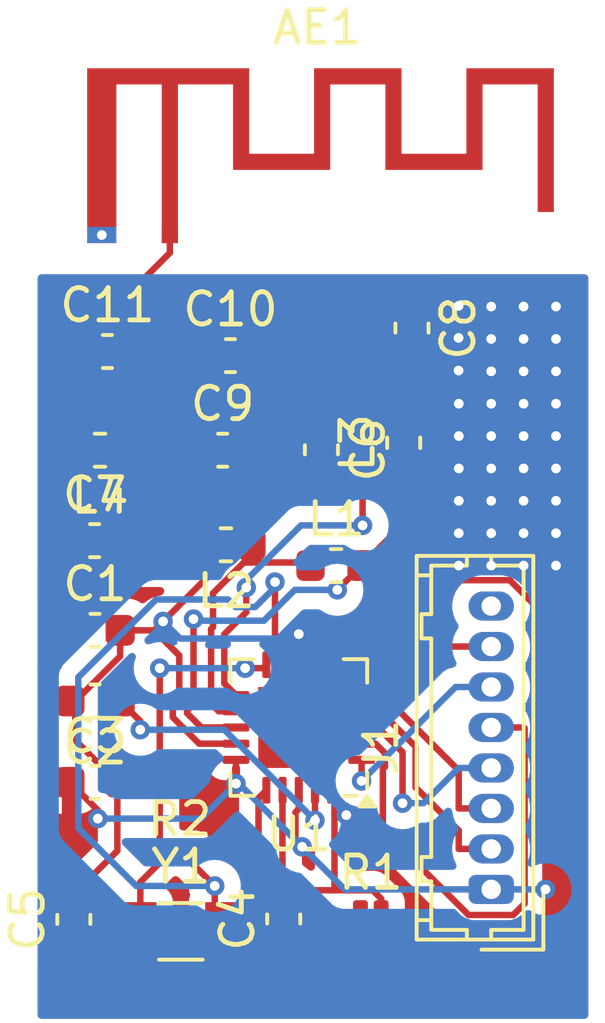
<source format=kicad_pcb>
(kicad_pcb (version 20240108) (generator "pcbnew") (generator_version "8.0")
  (layers (0 "F.Cu" signal) (31 "B.Cu" signal) (34 "B.Paste" user) (35 "F.Paste" user) (36 "B.SilkS" user "B.Silkscreen") (37 "F.SilkS" user "F.Silkscreen") (38 "B.Mask" user) (39 "F.Mask" user) (44 "Edge.Cuts" user))
  (net 0 "")
  (net 1 "Net-(AE1-A)")
  (net 2 "VDD")
  (net 3 "GND")
  (net 4 "Net-(U1-DVDD)")
  (net 5 "Net-(U1-XC2)")
  (net 6 "Net-(U1-XC1)")
  (net 7 "Net-(U1-VDD_PA)")
  (net 8 "Net-(C7-Pad1)")
  (net 9 "Net-(C10-Pad1)")
  (net 11 "Net-(J1-Pin_4)")
  (net 12 "Net-(J1-Pin_6)")
  (net 13 "Net-(J1-Pin_5)")
  (net 14 "Net-(J1-Pin_3)")
  (net 15 "Net-(J1-Pin_7)")
  (net 16 "Net-(J1-Pin_2)")
  (net 17 "Net-(U1-ANT1)")
  (net 18 "Net-(U1-ANT2)")
  (net 19 "Net-(U1-IREF)")
  (footprint "Package_DFN_QFN:QFN-20-1EP_4x4mm_P0.5mm_EP2.5x2.5mm" (layer "F.Cu") (at 119.0625 68 180)
    (property "Reference" "U1" (at 0 -3.3 0) (layer "F.SilkS"))
    (property "Value" "NRF24L01")
    (fp_line (start 2.11 2.11) (end 2.11 1.385) (stroke (width 0.12)) (layer "F.SilkS"))
    (fp_line (start 2.11 -2.11) (end 2.11 -1.385) (stroke (width 0.12)) (layer "F.SilkS"))
    (fp_line (start 1.385 2.11) (end 2.11 2.11) (stroke (width 0.12)) (layer "F.SilkS"))
    (fp_line (start 1.385 -2.11) (end 2.11 -2.11) (stroke (width 0.12)) (layer "F.SilkS"))
    (fp_line (start -1.385 2.11) (end -2.11 2.11) (stroke (width 0.12)) (layer "F.SilkS"))
    (fp_line (start -1.385 -2.11) (end -1.81 -2.11) (stroke (width 0.12)) (layer "F.SilkS"))
    (fp_line (start -2.11 2.11) (end -2.11 1.385) (stroke (width 0.12)) (layer "F.SilkS"))
    (fp_line (start -2.11 -1.385) (end -2.11 -1.87) (stroke (width 0.12)) (layer "F.SilkS"))
    (fp_poly (pts (xy -2.11 -2.11) (xy -2.35 -2.44) (xy -1.87 -2.44) (xy -2.11 -2.11)) (stroke (width 0.12)) (fill solid) (layer "F.SilkS"))
    (pad "1" smd roundrect (at -1.9375 -1 180) (size 0.825 0.25) (layers "F.Cu" "F.Paste" "F.Mask") (net 12 "Net-(J1-Pin_6)"))
    (pad "2" smd roundrect (at -1.9375 -0.5 180) (size 0.825 0.25) (layers "F.Cu" "F.Paste" "F.Mask") (net 13 "Net-(J1-Pin_5)"))
    (pad "3" smd roundrect (at -1.9375 0 180) (size 0.825 0.25) (layers "F.Cu" "F.Paste" "F.Mask") (net 11 "Net-(J1-Pin_4)"))
    (pad "4" smd roundrect (at -1.9375 0.5 180) (size 0.825 0.25) (layers "F.Cu" "F.Paste" "F.Mask") (net 16 "Net-(J1-Pin_2)"))
    (pad "5" smd roundrect (at -1.9375 1 180) (size 0.825 0.25) (layers "F.Cu" "F.Paste" "F.Mask") (net 14 "Net-(J1-Pin_3)"))
    (pad "6" smd roundrect (at -1 1.9375 180) (size 0.25 0.825) (layers "F.Cu" "F.Paste" "F.Mask") (net 15 "Net-(J1-Pin_7)"))
    (pad "7" smd roundrect (at -0.5 1.9375 180) (size 0.25 0.825) (layers "F.Cu" "F.Paste" "F.Mask") (net 2 "VDD"))
    (pad "8" smd roundrect (at 0 1.9375 180) (size 0.25 0.825) (layers "F.Cu" "F.Paste" "F.Mask") (net 3 "GND"))
    (pad "9" smd roundrect (at 0.5 1.9375 180) (size 0.25 0.825) (layers "F.Cu" "F.Paste" "F.Mask") (net 5 "Net-(U1-XC2)"))
    (pad "10" smd roundrect (at 1 1.9375 180) (size 0.25 0.825) (layers "F.Cu" "F.Paste" "F.Mask") (net 6 "Net-(U1-XC1)"))
    (pad "11" smd roundrect (at 1.9375 1 180) (size 0.825 0.25) (layers "F.Cu" "F.Paste" "F.Mask") (net 7 "Net-(U1-VDD_PA)"))
    (pad "12" smd roundrect (at 1.9375 0.5 180) (size 0.825 0.25) (layers "F.Cu" "F.Paste" "F.Mask") (net 17 "Net-(U1-ANT1)"))
    (pad "13" smd roundrect (at 1.9375 0 180) (size 0.825 0.25) (layers "F.Cu" "F.Paste" "F.Mask") (net 18 "Net-(U1-ANT2)"))
    (pad "14" smd roundrect (at 1.9375 -0.5 180) (size 0.825 0.25) (layers "F.Cu" "F.Paste" "F.Mask") (net 3 "GND"))
    (pad "15" smd roundrect (at 1.9375 -1 180) (size 0.825 0.25) (layers "F.Cu" "F.Paste" "F.Mask") (net 2 "VDD"))
    (pad "16" smd roundrect (at 1 -1.9375 180) (size 0.25 0.825) (layers "F.Cu" "F.Paste" "F.Mask") (net 19 "Net-(U1-IREF)"))
    (pad "17" smd roundrect (at 0.5 -1.9375 180) (size 0.25 0.825) (layers "F.Cu" "F.Paste" "F.Mask") (net 3 "GND"))
    (pad "18" smd roundrect (at 0 -1.9375 180) (size 0.25 0.825) (layers "F.Cu" "F.Paste" "F.Mask") (net 2 "VDD"))
    (pad "19" smd roundrect (at -0.5 -1.9375 180) (size 0.25 0.825) (layers "F.Cu" "F.Paste" "F.Mask") (net 4 "Net-(U1-DVDD)"))
    (pad "20" smd roundrect (at -1 -1.9375 180) (size 0.25 0.825) (layers "F.Cu" "F.Paste" "F.Mask") (net 3 "GND"))
    (pad "21" smd rect (at 0 0 180) (size 2.5 2.5) (property pad_prop_heatsink) (layers "F.Cu" "F.Mask"))
  )
  (footprint "Capacitor_SMD:C_0603_1608Metric" (layer "F.Cu") (at 112.763 62.23)
    (property "Reference" "C7" (at 0 -1.43 0) (layer "F.SilkS"))
    (property "Value" "1.5p")
    (fp_line (start -0.14058 -0.51) (end 0.14058 -0.51) (stroke (width 0.12)) (layer "F.SilkS"))
    (fp_line (start -0.14058 0.51) (end 0.14058 0.51) (stroke (width 0.12)) (layer "F.SilkS"))
    (pad "1" smd roundrect (at -0.775 0) (size 0.9 0.95) (layers "F.Cu" "F.Paste" "F.Mask") (net 8 "Net-(C7-Pad1)"))
    (pad "2" smd roundrect (at 0.775 0) (size 0.9 0.95) (layers "F.Cu" "F.Paste" "F.Mask") (net 9 "Net-(C10-Pad1)"))
  )
  (footprint "Capacitor_SMD:C_0603_1608Metric" (layer "F.Cu") (at 113.157 56.388)
    (property "Reference" "C11" (at 0 -1.43 0) (layer "F.SilkS"))
    (property "Value" "cx")
    (fp_line (start -0.14058 -0.51) (end 0.14058 -0.51) (stroke (width 0.12)) (layer "F.SilkS"))
    (fp_line (start -0.14058 0.51) (end 0.14058 0.51) (stroke (width 0.12)) (layer "F.SilkS"))
    (pad "1" smd roundrect (at -0.775 0) (size 0.9 0.95) (layers "F.Cu" "F.Paste" "F.Mask") (net 1 "Net-(AE1-A)"))
    (pad "2" smd roundrect (at 0.775 0) (size 0.9 0.95) (layers "F.Cu" "F.Paste" "F.Mask") (net 3 "GND"))
  )
  (footprint "Resistor_SMD:R_0201_0603Metric" (layer "F.Cu") (at 115.387 71.882)
    (property "Reference" "R2" (at 0 -1.05 0) (layer "F.SilkS"))
    (property "Value" "10m")
    (pad "1" smd roundrect (at -0.32 0) (size 0.46 0.4) (layers "F.Cu" "F.Mask") (net 6 "Net-(U1-XC1)"))
    (pad "2" smd roundrect (at 0.32 0) (size 0.46 0.4) (layers "F.Cu" "F.Mask") (net 5 "Net-(U1-XC2)"))
  )
  (footprint "Capacitor_SMD:C_0603_1608Metric" (layer "F.Cu") (at 119.761 59.423 -90)
    (property "Reference" "C6" (at 0 -1.43 90) (layer "F.SilkS"))
    (property "Value" "C_Small")
    (fp_line (start -0.14058 0.51) (end 0.14058 0.51) (stroke (width 0.12)) (layer "F.SilkS"))
    (fp_line (start -0.14058 -0.51) (end 0.14058 -0.51) (stroke (width 0.12)) (layer "F.SilkS"))
    (pad "1" smd roundrect (at -0.775 0 270) (size 0.9 0.95) (layers "F.Cu" "F.Paste" "F.Mask") (net 7 "Net-(U1-VDD_PA)"))
    (pad "2" smd roundrect (at 0.775 0 270) (size 0.9 0.95) (layers "F.Cu" "F.Paste" "F.Mask") (net 3 "GND"))
  )
  (footprint "Capacitor_SMD:C_0603_1608Metric" (layer "F.Cu") (at 112.776 67.183 180)
    (property "Reference" "C2" (at 0 -1.43 0) (layer "F.SilkS"))
    (property "Value" "33nF")
    (fp_line (start -0.14058 0.51) (end 0.14058 0.51) (stroke (width 0.12)) (layer "F.SilkS"))
    (fp_line (start -0.14058 -0.51) (end 0.14058 -0.51) (stroke (width 0.12)) (layer "F.SilkS"))
    (pad "1" smd roundrect (at -0.775 0 180) (size 0.9 0.95) (layers "F.Cu" "F.Paste" "F.Mask") (net 4 "Net-(U1-DVDD)"))
    (pad "2" smd roundrect (at 0.775 0 180) (size 0.9 0.95) (layers "F.Cu" "F.Paste" "F.Mask") (net 3 "GND"))
  )
  (footprint "Crystal:Crystal_SMD_3215-2Pin_3.2x1.5mm" (layer "F.Cu") (at 115.423 74.295)
    (property "Reference" "Y1" (at 0 -2 0) (layer "F.SilkS"))
    (property "Value" "16Mhz")
    (fp_line (start -0.675 -0.875) (end 0.675 -0.875) (stroke (width 0.12)) (layer "F.SilkS"))
    (fp_line (start -0.675 0.875) (end 0.675 0.875) (stroke (width 0.12)) (layer "F.SilkS"))
    (pad "1" smd rect (at 1.25 0) (size 1 1.8) (layers "F.Cu" "F.Paste" "F.Mask") (net 5 "Net-(U1-XC2)"))
    (pad "2" smd rect (at -1.25 0) (size 1 1.8) (layers "F.Cu" "F.Paste" "F.Mask") (net 6 "Net-(U1-XC1)"))
  )
  (footprint "Capacitor_SMD:C_0603_1608Metric" (layer "F.Cu") (at 112.776 65)
    (property "Reference" "C1" (at 0 -1.43 0) (layer "F.SilkS"))
    (property "Value" "10n")
    (fp_line (start -0.14058 -0.51) (end 0.14058 -0.51) (stroke (width 0.12)) (layer "F.SilkS"))
    (fp_line (start -0.14058 0.51) (end 0.14058 0.51) (stroke (width 0.12)) (layer "F.SilkS"))
    (pad "1" smd roundrect (at -0.775 0) (size 0.9 0.95) (layers "F.Cu" "F.Paste" "F.Mask") (net 2 "VDD"))
    (pad "2" smd roundrect (at 0.775 0) (size 0.9 0.95) (layers "F.Cu" "F.Paste" "F.Mask") (net 3 "GND"))
  )
  (footprint "Capacitor_SMD:C_0603_1608Metric" (layer "F.Cu") (at 116.954 56.515)
    (property "Reference" "C10" (at 0 -1.43 0) (layer "F.SilkS"))
    (property "Value" "cx")
    (fp_line (start -0.14058 -0.51) (end 0.14058 -0.51) (stroke (width 0.12)) (layer "F.SilkS"))
    (fp_line (start -0.14058 0.51) (end 0.14058 0.51) (stroke (width 0.12)) (layer "F.SilkS"))
    (pad "1" smd roundrect (at -0.775 0) (size 0.9 0.95) (layers "F.Cu" "F.Paste" "F.Mask") (net 9 "Net-(C10-Pad1)"))
    (pad "2" smd roundrect (at 0.775 0) (size 0.9 0.95) (layers "F.Cu" "F.Paste" "F.Mask") (net 3 "GND"))
  )
  (footprint "Resistor_SMD:R_0201_0603Metric" (layer "F.Cu") (at 121.285 73.533)
    (property "Reference" "R1" (at 0 -1.05 0) (layer "F.SilkS"))
    (property "Value" "22k")
    (pad "1" smd roundrect (at -0.32 0) (size 0.46 0.4) (layers "F.Cu" "F.Mask") (net 19 "Net-(U1-IREF)"))
    (pad "2" smd roundrect (at 0.32 0) (size 0.46 0.4) (layers "F.Cu" "F.Mask") (net 3 "GND"))
  )
  (footprint "Inductor_SMD:L_0603_1608Metric" (layer "F.Cu") (at 122.301 59.2075 90)
    (property "Reference" "L3" (at 0 -1.43 90) (layer "F.SilkS"))
    (property "Value" "2n7")
    (fp_line (start -0.162779 -0.51) (end 0.162779 -0.51) (stroke (width 0.12)) (layer "F.SilkS"))
    (fp_line (start -0.162779 0.51) (end 0.162779 0.51) (stroke (width 0.12)) (layer "F.SilkS"))
    (pad "1" smd roundrect (at -0.7875 0 90) (size 0.875 0.95) (layers "F.Cu" "F.Paste" "F.Mask") (net 18 "Net-(U1-ANT2)"))
    (pad "2" smd roundrect (at 0.7875 0 90) (size 0.875 0.95) (layers "F.Cu" "F.Paste" "F.Mask") (net 7 "Net-(U1-VDD_PA)"))
  )
  (footprint "Capacitor_SMD:C_0603_1608Metric" (layer "F.Cu") (at 112.121 73.927 90)
    (property "Reference" "C5" (at 0 -1.43 90) (layer "F.SilkS"))
    (property "Value" "22p")
    (fp_line (start -0.14058 -0.51) (end 0.14058 -0.51) (stroke (width 0.12)) (layer "F.SilkS"))
    (fp_line (start -0.14058 0.51) (end 0.14058 0.51) (stroke (width 0.12)) (layer "F.SilkS"))
    (pad "1" smd roundrect (at -0.775 0 90) (size 0.9 0.95) (layers "F.Cu" "F.Paste" "F.Mask") (net 6 "Net-(U1-XC1)"))
    (pad "2" smd roundrect (at 0.775 0 90) (size 0.9 0.95) (layers "F.Cu" "F.Paste" "F.Mask") (net 3 "GND"))
  )
  (footprint "Capacitor_SMD:C_0603_1608Metric" (layer "F.Cu") (at 112.776 69.693)
    (property "Reference" "C3" (at 0 -1.43 0) (layer "F.SilkS"))
    (property "Value" "1n")
    (fp_line (start -0.14058 -0.51) (end 0.14058 -0.51) (stroke (width 0.12)) (layer "F.SilkS"))
    (fp_line (start -0.14058 0.51) (end 0.14058 0.51) (stroke (width 0.12)) (layer "F.SilkS"))
    (pad "1" smd roundrect (at -0.775 0) (size 0.9 0.95) (layers "F.Cu" "F.Paste" "F.Mask") (net 2 "VDD"))
    (pad "2" smd roundrect (at 0.775 0) (size 0.9 0.95) (layers "F.Cu" "F.Paste" "F.Mask") (net 3 "GND"))
  )
  (footprint "Inductor_SMD:L_0603_1608Metric" (layer "F.Cu") (at 116.8145 62.357 180)
    (property "Reference" "L2" (at 0 -1.43 0) (layer "F.SilkS"))
    (property "Value" "3n9")
    (fp_line (start -0.162779 0.51) (end 0.162779 0.51) (stroke (width 0.12)) (layer "F.SilkS"))
    (fp_line (start -0.162779 -0.51) (end 0.162779 -0.51) (stroke (width 0.12)) (layer "F.SilkS"))
    (pad "1" smd roundrect (at -0.7875 0 180) (size 0.875 0.95) (layers "F.Cu" "F.Paste" "F.Mask") (net 17 "Net-(U1-ANT1)"))
    (pad "2" smd roundrect (at 0.7875 0 180) (size 0.875 0.95) (layers "F.Cu" "F.Paste" "F.Mask") (net 8 "Net-(C7-Pad1)"))
  )
  (footprint "Inductor_SMD:L_0603_1608Metric" (layer "F.Cu") (at 120.2125 63)
    (property "Reference" "L1" (at 0 -1.43 0) (layer "F.SilkS"))
    (property "Value" "8n2")
    (fp_line (start -0.162779 -0.51) (end 0.162779 -0.51) (stroke (width 0.12)) (layer "F.SilkS"))
    (fp_line (start -0.162779 0.51) (end 0.162779 0.51) (stroke (width 0.12)) (layer "F.SilkS"))
    (pad "1" smd roundrect (at -0.7875 0) (size 0.875 0.95) (layers "F.Cu" "F.Paste" "F.Mask") (net 17 "Net-(U1-ANT1)"))
    (pad "2" smd roundrect (at 0.7875 0) (size 0.875 0.95) (layers "F.Cu" "F.Paste" "F.Mask") (net 18 "Net-(U1-ANT2)"))
  )
  (footprint "Capacitor_SMD:C_0603_1608Metric" (layer "F.Cu") (at 118.598 73.914 90)
    (property "Reference" "C4" (at 0 -1.43 90) (layer "F.SilkS"))
    (property "Value" "22p")
    (fp_line (start -0.14058 -0.51) (end 0.14058 -0.51) (stroke (width 0.12)) (layer "F.SilkS"))
    (fp_line (start -0.14058 0.51) (end 0.14058 0.51) (stroke (width 0.12)) (layer "F.SilkS"))
    (pad "1" smd roundrect (at -0.775 0 90) (size 0.9 0.95) (layers "F.Cu" "F.Paste" "F.Mask") (net 5 "Net-(U1-XC2)"))
    (pad "2" smd roundrect (at 0.775 0 90) (size 0.9 0.95) (layers "F.Cu" "F.Paste" "F.Mask") (net 3 "GND"))
  )
  (footprint "Capacitor_SMD:C_0603_1608Metric" (layer "F.Cu") (at 116.713 59.436)
    (property "Reference" "C9" (at 0 -1.43 0) (layer "F.SilkS"))
    (property "Value" "1p")
    (fp_line (start -0.14058 -0.51) (end 0.14058 -0.51) (stroke (width 0.12)) (layer "F.SilkS"))
    (fp_line (start -0.14058 0.51) (end 0.14058 0.51) (stroke (width 0.12)) (layer "F.SilkS"))
    (pad "1" smd roundrect (at -0.775 0) (size 0.9 0.95) (layers "F.Cu" "F.Paste" "F.Mask") (net 9 "Net-(C10-Pad1)"))
    (pad "2" smd roundrect (at 0.775 0) (size 0.9 0.95) (layers "F.Cu" "F.Paste" "F.Mask") (net 3 "GND"))
  )
  (footprint "Inductor_SMD:L_0603_1608Metric" (layer "F.Cu") (at 112.9285 59.436 180)
    (property "Reference" "L4" (at 0 -1.43 0) (layer "F.SilkS"))
    (property "Value" "lx")
    (fp_line (start -0.162779 0.51) (end 0.162779 0.51) (stroke (width 0.12)) (layer "F.SilkS"))
    (fp_line (start -0.162779 -0.51) (end 0.162779 -0.51) (stroke (width 0.12)) (layer "F.SilkS"))
    (pad "1" smd roundrect (at -0.7875 0 180) (size 0.875 0.95) (layers "F.Cu" "F.Paste" "F.Mask") (net 9 "Net-(C10-Pad1)"))
    (pad "2" smd roundrect (at 0.7875 0 180) (size 0.875 0.95) (layers "F.Cu" "F.Paste" "F.Mask") (net 1 "Net-(AE1-A)"))
  )
  (footprint "RF_Antenna:Texas_SWRA117D_2.4GHz_Right" (layer "F.Cu") (at 115.084 52.79)
    (property "Reference" "AE1" (at 4.55 -6.41 0) (layer "F.SilkS"))
    (property "Value" "Antenna")
    (fp_poly (pts (xy 2.45 -2.51) (xy 4.45 -2.51) (xy 4.45 -5.15) (xy 7.15 -5.15) (xy 7.15 -2.51) (xy 9.15 -2.51) (xy 9.15 -5.15) (xy 11.85 -5.15) (xy 11.85 -0.71) (xy 11.35 -0.71) (xy 11.35 -4.65) (xy 9.65 -4.65) (xy 9.65 -2.01) (xy 6.65 -2.01) (xy 6.65 -4.65) (xy 4.95 -4.65) (xy 4.95 -2.01) (xy 1.95 -2.01) (xy 1.95 -4.65) (xy 0.25 -4.65) (xy 0.25 0.25) (xy -0.25 0.25) (xy -0.25 -4.65) (xy -1.65 -4.65) (xy -1.65 0.25) (xy -2.55 0.25) (xy -2.55 0.006785) (xy -2.247583 0.006785) (xy -2.237742 0.054395) (xy -2.213674 0.096797) (xy -2.175731 0.129581) (xy -2.167819 0.133935) (xy -2.125156 0.146043) (xy -2.076637 0.1453) (xy -2.031122 0.1324) (xy -2.012511 0.121787) (xy -1.978868 0.086553) (xy -1.958309 0.041368) (xy -1.951778 -0.008158) (xy -1.960218 -0.056417) (xy -1.977112 -0.088643) (xy -2.012372 -0.121313) (xy -2.057682 -0.141408) (xy -2.107267 -0.147982) (xy -2.155353 -0.140092) (xy -2.188245 -0.123186) (xy -2.223185 -0.086416) (xy -2.242847 -0.041622) (xy -2.247583 0.006785) (xy -2.55 0.006785) (xy -2.55 -5.15) (xy 2.45 -5.15) (xy 2.45 -2.51)) (fill solid) (layer "F.Cu"))
    (pad "1" connect rect (at 0 0) (size 0.5 0.5) (layers "F.Cu") (net 1 "Net-(AE1-A)"))
    (pad "2" thru_hole rect (at -2.1 0) (size 0.9 0.5) (drill 0.3) (layers "*.Cu"))
  )
  (footprint "Connector_Hirose:Hirose_DF13-08P-1.25DSA_1x08_P1.25mm_Vertical" (layer "F.Cu") (at 125 73 90)
    (property "Reference" "J1" (at 4.38 -3.4 90) (layer "F.SilkS"))
    (property "Value" "Conn_01x08_Pin")
    (fp_line (start 10.3 -2.3) (end -1.55 -2.3) (stroke (width 0.12)) (layer "F.SilkS"))
    (fp_line (start -1.55 -2.3) (end -1.55 1.3) (stroke (width 0.12)) (layer "F.SilkS"))
    (fp_line (start 8.5 -2.15) (end 8.5 -1.85) (stroke (width 0.12)) (layer "F.SilkS"))
    (fp_line (start 7.75 -2.15) (end 8.5 -2.15) (stroke (width 0.12)) (layer "F.SilkS"))
    (fp_line (start 1 -2.15) (end 1 -1.85) (stroke (width 0.12)) (layer "F.SilkS"))
    (fp_line (start 0.25 -2.15) (end 1 -2.15) (stroke (width 0.12)) (layer "F.SilkS"))
    (fp_line (start 10 -1.85) (end 9.7 -1.85) (stroke (width 0.12)) (layer "F.SilkS"))
    (fp_line (start 9.7 -1.85) (end 9.7 -2.3) (stroke (width 0.12)) (layer "F.SilkS"))
    (fp_line (start 8.5 -1.85) (end 9.7 -1.85) (stroke (width 0.12)) (layer "F.SilkS"))
    (fp_line (start 7.75 -1.85) (end 7.75 -2.15) (stroke (width 0.12)) (layer "F.SilkS"))
    (fp_line (start 1 -1.85) (end 7.75 -1.85) (stroke (width 0.12)) (layer "F.SilkS"))
    (fp_line (start 0.25 -1.85) (end 0.25 -2.15) (stroke (width 0.12)) (layer "F.SilkS"))
    (fp_line (start -0.95 -1.85) (end -0.95 -2.3) (stroke (width 0.12)) (layer "F.SilkS"))
    (fp_line (start -0.95 -1.85) (end 0.25 -1.85) (stroke (width 0.12)) (layer "F.SilkS"))
    (fp_line (start -1.25 -1.85) (end -0.95 -1.85) (stroke (width 0.12)) (layer "F.SilkS"))
    (fp_line (start 10.3 -0.75) (end 10 -0.75) (stroke (width 0.12)) (layer "F.SilkS"))
    (fp_line (start 10 -0.75) (end 10 -1.85) (stroke (width 0.12)) (layer "F.SilkS"))
    (fp_line (start -1.25 -0.75) (end -1.25 -1.85) (stroke (width 0.12)) (layer "F.SilkS"))
    (fp_line (start -1.55 -0.75) (end -1.25 -0.75) (stroke (width 0.12)) (layer "F.SilkS"))
    (fp_line (start -1.86 -0.3) (end -1.86 1.61) (stroke (width 0.12)) (layer "F.SilkS"))
    (fp_line (start 10 0) (end 10.3 0) (stroke (width 0.12)) (layer "F.SilkS"))
    (fp_line (start -1.25 0) (end -1.25 1) (stroke (width 0.12)) (layer "F.SilkS"))
    (fp_line (start -1.55 0) (end -1.25 0) (stroke (width 0.12)) (layer "F.SilkS"))
    (fp_line (start 10 1) (end 10 0) (stroke (width 0.12)) (layer "F.SilkS"))
    (fp_line (start -1.25 1) (end 10 1) (stroke (width 0.12)) (layer "F.SilkS"))
    (fp_line (start 10.3 1.3) (end 10.3 -2.3) (stroke (width 0.12)) (layer "F.SilkS"))
    (fp_line (start -1.55 1.3) (end 10.3 1.3) (stroke (width 0.12)) (layer "F.SilkS"))
    (fp_line (start -1.86 1.61) (end 0.05 1.61) (stroke (width 0.12)) (layer "F.SilkS"))
    (pad "1" thru_hole roundrect (at 0 0 90) (size 0.9 1.4) (drill 0.6) (layers "*.Cu" "*.Mask") (net 2 "VDD"))
    (pad "2" thru_hole oval (at 1.25 0 90) (size 0.9 1.4) (drill 0.6) (layers "*.Cu" "*.Mask") (net 16 "Net-(J1-Pin_2)"))
    (pad "3" thru_hole oval (at 2.5 0 90) (size 0.9 1.4) (drill 0.6) (layers "*.Cu" "*.Mask") (net 14 "Net-(J1-Pin_3)"))
    (pad "4" thru_hole oval (at 3.75 0 90) (size 0.9 1.4) (drill 0.6) (layers "*.Cu" "*.Mask") (net 11 "Net-(J1-Pin_4)"))
    (pad "5" thru_hole oval (at 5 0 90) (size 0.9 1.4) (drill 0.6) (layers "*.Cu" "*.Mask") (net 13 "Net-(J1-Pin_5)"))
    (pad "6" thru_hole oval (at 6.25 0 90) (size 0.9 1.4) (drill 0.6) (layers "*.Cu" "*.Mask") (net 12 "Net-(J1-Pin_6)"))
    (pad "7" thru_hole oval (at 7.5 0 90) (size 0.9 1.4) (drill 0.6) (layers "*.Cu" "*.Mask") (net 15 "Net-(J1-Pin_7)"))
    (pad "8" thru_hole oval (at 8.75 0 90) (size 0.9 1.4) (drill 0.6) (layers "*.Cu" "*.Mask"))
  )
  (footprint "Capacitor_SMD:C_0603_1608Metric" (layer "F.Cu") (at 122.555 55.664 -90)
    (property "Reference" "C8" (at 0 -1.43 90) (layer "F.SilkS"))
    (property "Value" "C_Small")
    (fp_line (start -0.14058 0.51) (end 0.14058 0.51) (stroke (width 0.12)) (layer "F.SilkS"))
    (fp_line (start -0.14058 -0.51) (end 0.14058 -0.51) (stroke (width 0.12)) (layer "F.SilkS"))
    (pad "1" smd roundrect (at -0.775 0 270) (size 0.9 0.95) (layers "F.Cu" "F.Paste" "F.Mask") (net 7 "Net-(U1-VDD_PA)"))
    (pad "2" smd roundrect (at 0.775 0 270) (size 0.9 0.95) (layers "F.Cu" "F.Paste" "F.Mask") (net 3 "GND"))
  )
  (segment (start 115.084 52.79) (end 115.084 53.3417) (width 0.2) (layer "F.Cu") (net 1))
  (segment (start 112.382 56.0437) (end 112.382 56.388) (width 0.2) (layer "F.Cu") (net 1))
  (segment (start 115.084 53.3417) (end 112.382 56.0437) (width 0.2) (layer "F.Cu") (net 1))
  (segment (start 112.382 56.388) (end 112.141 56.629) (width 0.2) (layer "F.Cu") (net 1))
  (segment (start 112.141 56.629) (end 112.141 59.436) (width 0.2) (layer "F.Cu") (net 1))
  (segment (start 118.9608 70.6189) (end 118.9608 71.4813) (width 0.2) (layer "F.Cu") (net 2))
  (segment (start 125.5732 63.4505) (end 126.6747 64.552) (width 0.2) (layer "F.Cu") (net 2))
  (segment (start 126.6747 64.552) (end 126.6747 73) (width 0.2) (layer "F.Cu") (net 2))
  (segment (start 111.2451 65.7559) (end 112.001 65) (width 0.2) (layer "F.Cu") (net 2))
  (segment (start 112.001 69.693) (end 111.2451 68.9371) (width 0.2) (layer "F.Cu") (net 2))
  (segment (start 112.001 69.693) (end 112.8622 70.5542) (width 0.2) (layer "F.Cu") (net 2))
  (segment (start 111.2451 68.9371) (end 111.2451 65.7559) (width 0.2) (layer "F.Cu") (net 2))
  (segment (start 122.6916 64.5998) (end 123.8409 63.4505) (width 0.2) (layer "F.Cu") (net 2))
  (segment (start 119.0625 70.5172) (end 118.9608 70.6189) (width 0.2) (layer "F.Cu") (net 2))
  (segment (start 117.125 69) (end 117.125 69.733) (width 0.2) (layer "F.Cu") (net 2))
  (segment (start 119.0625 69.9375) (end 119.0625 70.5172) (width 0.2) (layer "F.Cu") (net 2))
  (segment (start 119.5625 65.6245) (end 120.5872 64.5998) (width 0.2) (layer "F.Cu") (net 2))
  (segment (start 118.9608 71.4813) (end 119.1654 71.6859) (width 0.2) (layer "F.Cu") (net 2))
  (segment (start 123.8409 63.4505) (end 125.5732 63.4505) (width 0.2) (layer "F.Cu") (net 2))
  (segment (start 112.8622 70.5542) (end 112.8622 70.814) (width 0.2) (layer "F.Cu") (net 2))
  (segment (start 120.5872 64.5998) (end 122.6916 64.5998) (width 0.2) (layer "F.Cu") (net 2))
  (segment (start 119.5625 66.0625) (end 119.5625 65.6245) (width 0.2) (layer "F.Cu") (net 2))
  (via (at 112.8622 70.814) (size 0.6) (drill 0.3) (layers "F.Cu" "B.Cu") (net 2))
  (via (at 117.125 69.733) (size 0.6) (drill 0.3) (layers "F.Cu" "B.Cu") (net 2))
  (via (at 126.6747 73) (size 0.6) (drill 0.3) (layers "F.Cu" "B.Cu") (net 2))
  (via (at 119.1654 71.6859) (size 0.6) (drill 0.3) (layers "F.Cu" "B.Cu") (net 2))
  (segment (start 116.044 70.814) (end 117.125 69.733) (width 0.2) (layer "B.Cu") (net 2))
  (segment (start 119.1654 71.6859) (end 117.2125 69.733) (width 0.2) (layer "B.Cu") (net 2))
  (segment (start 125 73) (end 126.6747 73) (width 0.2) (layer "B.Cu") (net 2))
  (segment (start 117.2125 69.733) (end 117.125 69.733) (width 0.2) (layer "B.Cu") (net 2))
  (segment (start 125 73) (end 120.4795 73) (width 0.2) (layer "B.Cu") (net 2))
  (segment (start 120.4795 73) (end 119.1654 71.6859) (width 0.2) (layer "B.Cu") (net 2))
  (segment (start 112.8622 70.814) (end 116.044 70.814) (width 0.2) (layer "B.Cu") (net 2))
  (segment (start 121.605 73.2892) (end 121.605 73.533) (width 0.2) (layer "F.Cu") (net 3))
  (segment (start 115.1738 67.6846) (end 115.9892 68.5) (width 0.2) (layer "F.Cu") (net 3))
  (segment (start 112.1666 67.183) (end 112.001 67.183) (width 0.2) (layer "F.Cu") (net 3))
  (segment (start 118.7091 73.0279) (end 120.1642 73.0279) (width 0.2) (layer "F.Cu") (net 3))
  (segment (start 113.4639 71.8091) (end 113.4639 69.693) (width 0.2) (layer "F.Cu") (net 3))
  (segment (start 118.5591 73.1001) (end 118.598 73.139) (width 0.2) (layer "F.Cu") (net 3))
  (segment (start 120.1642 70.7059) (end 120.1642 70.0392) (width 0.2) (layer "F.Cu") (net 3))
  (segment (start 112.1666 67.183) (end 112.1666 68.3957) (width 0.2) (layer "F.Cu") (net 3))
  (segment (start 113.932 56.388) (end 114.593 55.727) (width 0.2) (layer "F.Cu") (net 3))
  (segment (start 121.3437 73.0279) (end 121.605 73.2892) (width 0.2) (layer "F.Cu") (net 3))
  (segment (start 117.488 59.436) (end 118.1403 59.436) (width 0.2) (layer "F.Cu") (net 3))
  (segment (start 118.1403 56.515) (end 118.2163 56.439) (width 0.2) (layer "F.Cu") (net 3))
  (segment (start 113.551 65) (end 114.5982 65) (width 0.2) (layer "F.Cu") (net 3))
  (segment (start 114.599 65.0008) (end 114.8749 64.7249) (width 0.2) (layer "F.Cu") (net 3))
  (segment (start 116.8145 60.1095) (end 116.8145 62.7853) (width 0.2) (layer "F.Cu") (net 3))
  (segment (start 112.121 73.152) (end 113.4639 71.8091) (width 0.2) (layer "F.Cu") (net 3))
  (segment (start 118.5591 69.9409) (end 118.5591 73.1001) (width 0.2) (layer "F.Cu") (net 3))
  (segment (start 116.941 55.727) (end 117.729 56.515) (width 0.2) (layer "F.Cu") (net 3))
  (segment (start 120.5294 70.7059) (end 120.1642 70.7059) (width 0.2) (layer "F.Cu") (net 3))
  (segment (start 115.3753 67.1505) (end 115.1738 67.352) (width 0.2) (layer "F.Cu") (net 3))
  (segment (start 118.2163 56.439) (end 122.555 56.439) (width 0.2) (layer "F.Cu") (net 3))
  (segment (start 118.5625 69.9375) (end 118.5591 69.9409) (width 0.2) (layer "F.Cu") (net 3))
  (segment (start 118.1403 56.515) (end 117.729 56.515) (width 0.2) (layer "F.Cu") (net 3))
  (segment (start 120.1642 70.0392) (end 120.0625 69.9375) (width 0.2) (layer "F.Cu") (net 3))
  (segment (start 116.8145 62.7853) (end 114.8749 64.7249) (width 0.2) (layer "F.Cu") (net 3))
  (segment (start 118.9023 60.198) (end 119.761 60.198) (width 0.2) (layer "F.Cu") (net 3))
  (segment (start 118.1403 59.436) (end 118.9023 60.198) (width 0.2) (layer "F.Cu") (net 3))
  (segment (start 113.4639 69.693) (end 113.551 69.693) (width 0.2) (layer "F.Cu") (net 3))
  (segment (start 114.5982 65) (end 114.599 65.0008) (width 0.2) (layer "F.Cu") (net 3))
  (segment (start 120.1642 73.0279) (end 120.1642 70.7059) (width 0.2) (layer "F.Cu") (net 3))
  (segment (start 114.599 65.0008) (end 115.3753 65.7771) (width 0.2) (layer "F.Cu") (net 3))
  (segment (start 115.3753 65.7771) (end 115.3753 67.1505) (width 0.2) (layer "F.Cu") (net 3))
  (segment (start 113.551 65.7986) (end 112.1666 67.183) (width 0.2) (layer "F.Cu") (net 3))
  (segment (start 112.1666 68.3957) (end 113.4639 69.693) (width 0.2) (layer "F.Cu") (net 3))
  (segment (start 120.1642 73.0279) (end 121.3437 73.0279) (width 0.2) (layer "F.Cu") (net 3))
  (segment (start 118.598 73.139) (end 118.7091 73.0279) (width 0.2) (layer "F.Cu") (net 3))
  (segment (start 119.0625 66.0625) (end 119.0625 65.1156) (width 0.2) (layer "F.Cu") (net 3))
  (segment (start 114.593 55.727) (end 116.941 55.727) (width 0.2) (layer "F.Cu") (net 3))
  (segment (start 115.9892 68.5) (end 117.125 68.5) (width 0.2) (layer "F.Cu") (net 3))
  (segment (start 113.551 65) (end 113.551 65.7986) (width 0.2) (layer "F.Cu") (net 3))
  (segment (start 117.488 59.436) (end 116.8145 60.1095) (width 0.2) (layer "F.Cu") (net 3))
  (segment (start 118.1403 56.515) (end 118.1403 59.436) (width 0.2) (layer "F.Cu") (net 3))
  (segment (start 115.1738 67.352) (end 115.1738 67.6846) (width 0.2) (layer "F.Cu") (net 3))
  (via (at 125 60) (size 0.6) (drill 0.3) (layers "F.Cu" "B.Cu") (net 3))
  (via (at 126 62) (size 0.6) (drill 0.3) (layers "F.Cu" "B.Cu") (net 3))
  (via (at 125 55) (size 0.6) (drill 0.3) (layers "F.Cu" "B.Cu") (net 3))
  (via (at 127 59) (size 0.6) (drill 0.3) (layers "F.Cu" "B.Cu") (net 3))
  (via (at 127 57) (size 0.6) (drill 0.3) (layers "F.Cu" "B.Cu") (net 3))
  (via (at 124 62) (size 0.6) (drill 0.3) (layers "F.Cu" "B.Cu") (net 3))
  (via (at 119.0625 65.1156) (size 0.6) (drill 0.3) (layers "F.Cu" "B.Cu") (net 3))
  (via (at 123.992966 56.976182) (size 0.6) (drill 0.3) (layers "F.Cu" "B.Cu") (net 3))
  (via (at 125 57) (size 0.6) (drill 0.3) (layers "F.Cu" "B.Cu") (net 3))
  (via (at 127 62) (size 0.6) (drill 0.3) (layers "F.Cu" "B.Cu") (net 3))
  (via (at 124 61) (size 0.6) (drill 0.3) (layers "F.Cu" "B.Cu") (net 3))
  (via (at 127 58) (size 0.6) (drill 0.3) (layers "F.Cu" "B.Cu") (net 3))
  (via (at 125 58) (size 0.6) (drill 0.3) (layers "F.Cu" "B.Cu") (net 3))
  (via (at 125 56) (size 0.6) (drill 0.3) (layers "F.Cu" "B.Cu") (net 3))
  (via (at 125 63) (size 0.6) (drill 0.3) (layers "F.Cu" "B.Cu") (net 3))
  (via (at 124 63) (size 0.6) (drill 0.3) (layers "F.Cu" "B.Cu") (net 3))
  (via (at 123.992966 55.969148) (size 0.6) (drill 0.3) (layers "F.Cu" "B.Cu") (net 3))
  (via (at 126 56) (size 0.6) (drill 0.3) (layers "F.Cu" "B.Cu") (net 3))
  (via (at 127 60) (size 0.6) (drill 0.3) (layers "F.Cu" "B.Cu") (net 3))
  (via (at 127 63) (size 0.6) (drill 0.3) (layers "F.Cu" "B.Cu") (net 3))
  (via (at 126 58) (size 0.6) (drill 0.3) (layers "F.Cu" "B.Cu") (net 3))
  (via (at 120.5294 70.7059) (size 0.6) (drill 0.3) (layers "F.Cu" "B.Cu") (net 3))
  (via (at 126 61) (size 0.6) (drill 0.3) (layers "F.Cu" "B.Cu") (net 3))
  (via (at 127 56) (size 0.6) (drill 0.3) (layers "F.Cu" "B.Cu") (net 3))
  (via (at 127 61) (size 0.6) (drill 0.3) (layers "F.Cu" "B.Cu") (net 3))
  (via (at 125 62) (size 0.6) (drill 0.3) (layers "F.Cu" "B.Cu") (net 3))
  (via (at 124 59) (size 0.6) (drill 0.3) (layers "F.Cu" "B.Cu") (net 3))
  (via (at 125 61) (size 0.6) (drill 0.3) (layers "F.Cu" "B.Cu") (net 3))
  (via (at 126 55) (size 0.6) (drill 0.3) (layers "F.Cu" "B.Cu") (net 3))
  (via (at 126 60) (size 0.6) (drill 0.3) (layers "F.Cu" "B.Cu") (net 3))
  (via (at 123.992966 54.978898) (size 0.6) (drill 0.3) (layers "F.Cu" "B.Cu") (net 3))
  (via (at 125 59) (size 0.6) (drill 0.3) (layers "F.Cu" "B.Cu") (net 3))
  (via (at 124 60) (size 0.6) (drill 0.3) (layers "F.Cu" "B.Cu") (net 3))
  (via (at 126 59) (size 0.6) (drill 0.3) (layers "F.Cu" "B.Cu") (net 3))
  (via (at 126 57) (size 0.6) (drill 0.3) (layers "F.Cu" "B.Cu") (net 3))
  (via (at 126 63) (size 0.6) (drill 0.3) (layers "F.Cu" "B.Cu") (net 3))
  (via (at 127 55) (size 0.6) (drill 0.3) (layers "F.Cu" "B.Cu") (net 3))
  (via (at 114.8749 64.7249) (size 0.6) (drill 0.3) (layers "F.Cu" "B.Cu") (net 3))
  (via (at 124 58) (size 0.6) (drill 0.3) (layers "F.Cu" "B.Cu") (net 3))
  (segment (start 118.8968 65.2531) (end 119.0343 65.1156) (width 0.2) (layer "B.Cu") (net 3))
  (segment (start 119.0343 65.1156) (end 119.0625 65.1156) (width 0.2) (layer "B.Cu") (net 3))
  (segment (start 114.8749 64.7249) (end 115.4031 65.2531) (width 0.2) (layer "B.Cu") (net 3))
  (segment (start 118.8968 69.0733) (end 118.8968 65.2531) (width 0.2) (layer "B.Cu") (net 3))
  (segment (start 120.5294 70.7059) (end 118.8968 69.0733) (width 0.2) (layer "B.Cu") (net 3))
  (segment (start 115.4031 65.2531) (end 118.8968 65.2531) (width 0.2) (layer "B.Cu") (net 3))
  (segment (start 119.5625 69.9375) (end 119.5625 70.868) (width 0.2) (layer "F.Cu") (net 4))
  (segment (start 113.551 67.183) (end 114.1703 67.8023) (width 0.2) (layer "F.Cu") (net 4))
  (segment (start 114.1703 67.8023) (end 114.1703 68.0699) (width 0.2) (layer "F.Cu") (net 4))
  (via (at 114.1703 68.0699) (size 0.6) (drill 0.3) (layers "F.Cu" "B.Cu") (net 4))
  (via (at 119.5625 70.868) (size 0.6) (drill 0.3) (layers "F.Cu" "B.Cu") (net 4))
  (segment (start 116.7644 68.0699) (end 114.1703 68.0699) (width 0.2) (layer "B.Cu") (net 4))
  (segment (start 119.5625 70.868) (end 116.7644 68.0699) (width 0.2) (layer "B.Cu") (net 4))
  (segment (start 118.3278 65.2331) (end 118.5625 65.4678) (width 0.2) (layer "F.Cu") (net 5))
  (segment (start 117.8687 74.689) (end 117.4747 74.295) (width 0.2) (layer "F.Cu") (net 5))
  (segment (start 118.598 74.689) (end 117.8687 74.689) (width 0.2) (layer "F.Cu") (net 5))
  (segment (start 118.3278 63.5077) (end 118.3278 65.2331) (width 0.2) (layer "F.Cu") (net 5))
  (segment (start 117.0739 74.295) (end 116.469 73.6901) (width 0.2) (layer "F.Cu") (net 5))
  (segment (start 116.673 74.295) (end 117.0739 74.295) (width 0.2) (layer "F.Cu") (net 5))
  (segment (start 116.469 73.6901) (end 116.469 72.8933) (width 0.2) (layer "F.Cu") (net 5))
  (segment (start 117.0739 74.295) (end 117.4747 74.295) (width 0.2) (layer "F.Cu") (net 5))
  (segment (start 115.707 72.1313) (end 115.707 71.882) (width 0.2) (layer "F.Cu") (net 5))
  (segment (start 118.5625 65.4678) (end 118.5625 66.0625) (width 0.2) (layer "F.Cu") (net 5))
  (segment (start 116.469 72.8933) (end 115.707 72.1313) (width 0.2) (layer "F.Cu") (net 5))
  (via (at 116.469 72.8933) (size 0.6) (drill 0.3) (layers "F.Cu" "B.Cu") (net 5))
  (via (at 118.3278 63.5077) (size 0.6) (drill 0.3) (layers "F.Cu" "B.Cu") (net 5))
  (segment (start 118.3278 63.6689) (end 118.3278 63.5077) (width 0.2) (layer "B.Cu") (net 5))
  (segment (start 114.6612 64.0468) (end 116.8822 64.0468) (width 0.2) (layer "B.Cu") (net 5))
  (segment (start 116.469 72.8933) (end 114.0451 72.8933) (width 0.2) (layer "B.Cu") (net 5))
  (segment (start 117.7171 64.2796) (end 118.3278 63.6689) (width 0.2) (layer "B.Cu") (net 5))
  (segment (start 117.115 64.2796) (end 117.7171 64.2796) (width 0.2) (layer "B.Cu") (net 5))
  (segment (start 112.2591 66.4489) (end 114.6612 64.0468) (width 0.2) (layer "B.Cu") (net 5))
  (segment (start 112.2591 71.1073) (end 112.2591 66.4489) (width 0.2) (layer "B.Cu") (net 5))
  (segment (start 116.8822 64.0468) (end 117.115 64.2796) (width 0.2) (layer "B.Cu") (net 5))
  (segment (start 114.0451 72.8933) (end 112.2591 71.1073) (width 0.2) (layer "B.Cu") (net 5))
  (segment (start 112.9643 74.702) (end 113.3713 74.295) (width 0.2) (layer "F.Cu") (net 6))
  (segment (start 114.173 74.295) (end 113.3713 74.295) (width 0.2) (layer "F.Cu") (net 6))
  (segment (start 114.173 72.776) (end 115.067 71.882) (width 0.2) (layer "F.Cu") (net 6))
  (segment (start 117.9562 66.1688) (end 118.0625 66.0625) (width 0.2) (layer "F.Cu") (net 6))
  (segment (start 114.7721 71.5871) (end 114.7721 66.1688) (width 0.2) (layer "F.Cu") (net 6))
  (segment (start 114.173 74.295) (end 114.173 72.776) (width 0.2) (layer "F.Cu") (net 6))
  (segment (start 115.067 71.882) (end 114.7721 71.5871) (width 0.2) (layer "F.Cu") (net 6))
  (segment (start 112.121 74.702) (end 112.9643 74.702) (width 0.2) (layer "F.Cu") (net 6))
  (segment (start 117.4075 66.1688) (end 117.9562 66.1688) (width 0.2) (layer "F.Cu") (net 6))
  (via (at 114.7721 66.1688) (size 0.6) (drill 0.3) (layers "F.Cu" "B.Cu") (net 6))
  (via (at 117.4075 66.1688) (size 0.6) (drill 0.3) (layers "F.Cu" "B.Cu") (net 6))
  (segment (start 117.4075 66.1688) (end 114.7721 66.1688) (width 0.2) (layer "B.Cu") (net 6))
  (segment (start 116.7648 65.1196) (end 117.4424 64.442) (width 0.2) (layer "F.Cu") (net 7))
  (segment (start 122.555 54.889) (end 123.3464 55.6804) (width 0.2) (layer "F.Cu") (net 7))
  (segment (start 117.125 67) (end 116.7648 66.6398) (width 0.2) (layer "F.Cu") (net 7))
  (segment (start 123.3464 56.0374) (end 123.3479 56.0389) (width 0.2) (layer "F.Cu") (net 7))
  (segment (start 123.3479 56.0389) (end 123.3479 58.1583) (width 0.2) (layer "F.Cu") (net 7))
  (segment (start 123.3464 55.6804) (end 123.3464 56.0374) (width 0.2) (layer "F.Cu") (net 7))
  (segment (start 121.0311 58.648) (end 122.073 58.648) (width 0.2) (layer "F.Cu") (net 7))
  (segment (start 122.073 58.648) (end 122.301 58.42) (width 0.2) (layer "F.Cu") (net 7))
  (segment (start 116.7648 66.6398) (end 116.7648 65.1196) (width 0.2) (layer "F.Cu") (net 7))
  (segment (start 123.3479 58.1583) (end 123.0862 58.42) (width 0.2) (layer "F.Cu") (net 7))
  (segment (start 117.4424 64.442) (end 117.4424 63.6768) (width 0.2) (layer "F.Cu") (net 7))
  (segment (start 123.0862 58.42) (end 122.301 58.42) (width 0.2) (layer "F.Cu") (net 7))
  (segment (start 121.0311 58.648) (end 121.0311 61.7581) (width 0.2) (layer "F.Cu") (net 7))
  (segment (start 119.761 58.648) (end 121.0311 58.648) (width 0.2) (layer "F.Cu") (net 7))
  (via (at 117.4424 63.6768) (size 0.6) (drill 0.3) (layers "F.Cu" "B.Cu") (net 7))
  (via (at 121.0311 61.7581) (size 0.6) (drill 0.3) (layers "F.Cu" "B.Cu") (net 7))
  (segment (start 117.4424 63.4456) (end 117.4424 63.6768) (width 0.2) (layer "B.Cu") (net 7))
  (segment (start 121.0311 61.7581) (end 119.1299 61.7581) (width 0.2) (layer "B.Cu") (net 7))
  (segment (start 119.1299 61.7581) (end 117.4424 63.4456) (width 0.2) (layer "B.Cu") (net 7))
  (segment (start 115.323 63.061) (end 116.027 62.357) (width 0.2) (layer "F.Cu") (net 8))
  (segment (start 112.819 63.061) (end 115.323 63.061) (width 0.2) (layer "F.Cu") (net 8))
  (segment (start 111.988 62.23) (end 112.819 63.061) (width 0.2) (layer "F.Cu") (net 8))
  (segment (start 115.938 59.436) (end 113.716 59.436) (width 0.2) (layer "F.Cu") (net 9))
  (segment (start 113.538 62.23) (end 113.538 59.614) (width 0.2) (layer "F.Cu") (net 9))
  (segment (start 115.938 59.436) (end 115.938 56.756) (width 0.2) (layer "F.Cu") (net 9))
  (segment (start 115.938 56.756) (end 116.179 56.515) (width 0.2) (layer "F.Cu") (net 9))
  (segment (start 113.538 59.614) (end 113.716 59.436) (width 0.2) (layer "F.Cu") (net 9))
  (segment (start 122.2648 70.3375) (end 122.2648 68.7611) (width 0.2) (layer "F.Cu") (net 11))
  (segment (start 122.2648 68.7611) (end 121.5037 68) (width 0.2) (layer "F.Cu") (net 11))
  (segment (start 121.5037 68) (end 121 68) (width 0.2) (layer "F.Cu") (net 11))
  (via (at 122.2648 70.3375) (size 0.6) (drill 0.3) (layers "F.Cu" "B.Cu") (net 11))
  (segment (start 123.9983 69.25) (end 122.9108 70.3375) (width 0.2) (layer "B.Cu") (net 11))
  (segment (start 122.9108 70.3375) (end 122.2648 70.3375) (width 0.2) (layer "B.Cu") (net 11))
  (segment (start 125 69.25) (end 123.9983 69.25) (width 0.2) (layer "B.Cu") (net 11))
  (segment (start 121 69.6526) (end 121 69) (width 0.2) (layer "F.Cu") (net 12))
  (via (at 121 69.6526) (size 0.6) (drill 0.3) (layers "F.Cu" "B.Cu") (net 12))
  (segment (start 123.9026 66.75) (end 121 69.6526) (width 0.2) (layer "B.Cu") (net 12))
  (segment (start 125 66.75) (end 123.9026 66.75) (width 0.2) (layer "B.Cu") (net 12))
  (segment (start 121.7228 68.792) (end 121.4308 68.5) (width 0.2) (layer "F.Cu") (net 13))
  (segment (start 121.4308 68.5) (end 121 68.5) (width 0.2) (layer "F.Cu") (net 13))
  (segment (start 126.0312 73.4379) (end 125.6782 73.7909) (width 0.2) (layer "F.Cu") (net 13))
  (segment (start 124.3006 73.7909) (end 121.6568 71.1471) (width 0.2) (layer "F.Cu") (net 13))
  (segment (start 121.6568 69.278) (end 121.7228 69.212) (width 0.2) (layer "F.Cu") (net 13))
  (segment (start 125.6782 73.7909) (end 124.3006 73.7909) (width 0.2) (layer "F.Cu") (net 13))
  (segment (start 126.0017 68) (end 126.0312 68.0295) (width 0.2) (layer "F.Cu") (net 13))
  (segment (start 125 68) (end 126.0017 68) (width 0.2) (layer "F.Cu") (net 13))
  (segment (start 121.6568 71.1471) (end 121.6568 69.278) (width 0.2) (layer "F.Cu") (net 13))
  (segment (start 121.7228 69.212) (end 121.7228 68.792) (width 0.2) (layer "F.Cu") (net 13))
  (segment (start 126.0312 68.0295) (end 126.0312 73.4379) (width 0.2) (layer "F.Cu") (net 13))
  (segment (start 121.6685 67) (end 121 67) (width 0.2) (layer "F.Cu") (net 14))
  (segment (start 125 70.5) (end 123.9983 70.5) (width 0.2) (layer "F.Cu") (net 14))
  (segment (start 123.9983 70.5) (end 123.9983 69.3298) (width 0.2) (layer "F.Cu") (net 14))
  (segment (start 123.9983 69.3298) (end 121.6685 67) (width 0.2) (layer "F.Cu") (net 14))
  (segment (start 120.0625 66.0625) (end 120.625 65.5) (width 0.2) (layer "F.Cu") (net 15))
  (segment (start 120.625 65.5) (end 125 65.5) (width 0.2) (layer "F.Cu") (net 15))
  (segment (start 122.6665 69.8502) (end 122.6665 68.5909) (width 0.2) (layer "F.Cu") (net 16))
  (segment (start 121.5756 67.5) (end 121 67.5) (width 0.2) (layer "F.Cu") (net 16))
  (segment (start 122.6665 68.5909) (end 121.5756 67.5) (width 0.2) (layer "F.Cu") (net 16))
  (segment (start 123.9983 71.182) (end 122.6665 69.8502) (width 0.2) (layer "F.Cu") (net 16))
  (segment (start 123.9983 71.75) (end 123.9983 71.182) (width 0.2) (layer "F.Cu") (net 16))
  (segment (start 125 71.75) (end 123.9983 71.75) (width 0.2) (layer "F.Cu") (net 16))
  (segment (start 117.3638 62.9046) (end 116.4158 63.8526) (width 0.2) (layer "F.Cu") (net 17))
  (segment (start 119.425 63) (end 119.3296 62.9046) (width 0.2) (layer "F.Cu") (net 17))
  (segment (start 117.602 62.9046) (end 117.3638 62.9046) (width 0.2) (layer "F.Cu") (net 17))
  (segment (start 116.5936 67.5) (end 117.125 67.5) (width 0.2) (layer "F.Cu") (net 17))
  (segment (start 116.4158 64.9006) (end 116.3571 64.9593) (width 0.2) (layer "F.Cu") (net 17))
  (segment (start 116.4158 63.8526) (end 116.4158 64.9006) (width 0.2) (layer "F.Cu") (net 17))
  (segment (start 117.602 62.357) (end 117.602 62.9046) (width 0.2) (layer "F.Cu") (net 17))
  (segment (start 116.3571 67.2635) (end 116.5936 67.5) (width 0.2) (layer "F.Cu") (net 17))
  (segment (start 116.3571 64.9593) (end 116.3571 67.2635) (width 0.2) (layer "F.Cu") (net 17))
  (segment (start 119.3296 62.9046) (end 117.602 62.9046) (width 0.2) (layer "F.Cu") (net 17))
  (segment (start 121 63) (end 120.2508 63.7492) (width 0.2) (layer "F.Cu") (net 18))
  (segment (start 121 63) (end 122.301 61.699) (width 0.2) (layer "F.Cu") (net 18))
  (segment (start 115.6168 67.5596) (end 116.0572 68) (width 0.2) (layer "F.Cu") (net 18))
  (segment (start 122.301 61.699) (end 122.301 59.995) (width 0.2) (layer "F.Cu") (net 18))
  (segment (start 115.8141 67.2797) (end 115.6168 67.477) (width 0.2) (layer "F.Cu") (net 18))
  (segment (start 115.6168 67.477) (end 115.6168 67.5596) (width 0.2) (layer "F.Cu") (net 18))
  (segment (start 116.0572 68) (end 117.125 68) (width 0.2) (layer "F.Cu") (net 18))
  (segment (start 115.8141 64.6514) (end 115.8141 67.2797) (width 0.2) (layer "F.Cu") (net 18))
  (via (at 115.8141 64.6514) (size 0.6) (drill 0.3) (layers "F.Cu" "B.Cu") (net 18))
  (via (at 120.2508 63.7492) (size 0.6) (drill 0.3) (layers "F.Cu" "B.Cu") (net 18))
  (segment (start 115.8141 64.6514) (end 115.8643 64.7016) (width 0.2) (layer "B.Cu") (net 18))
  (segment (start 115.8643 64.7016) (end 117.9879 64.7016) (width 0.2) (layer "B.Cu") (net 18))
  (segment (start 118.9403 63.7492) (end 120.2508 63.7492) (width 0.2) (layer "B.Cu") (net 18))
  (segment (start 117.9879 64.7016) (end 118.9403 63.7492) (width 0.2) (layer "B.Cu") (net 18))
  (segment (start 117.8199 70.1801) (end 118.0625 69.9375) (width 0.2) (layer "F.Cu") (net 19))
  (segment (start 117.8199 73.6176) (end 117.8199 70.1801) (width 0.2) (layer "F.Cu") (net 19))
  (segment (start 120.965 73.533) (end 120.584 73.914) (width 0.2) (layer "F.Cu") (net 19))
  (segment (start 118.1163 73.914) (end 117.8199 73.6176) (width 0.2) (layer "F.Cu") (net 19))
  (segment (start 120.584 73.914) (end 118.1163 73.914) (width 0.2) (layer "F.Cu") (net 19))
  (zone (net 2) (net_name "VDD") (layer "F.Cu") (priority 1) (connect_pads (clearance 0.5)) (min_thickness 0.25) (fill yes (thermal_gap 0.5) (thermal_bridge_width 0.5))
    (polygon (pts (xy 111 54) (xy 128 54) (xy 128 77) (xy 111 77)))
  )
  (zone (net 3) (net_name "GND") (layer "B.Cu") (connect_pads (clearance 0.5)) (min_thickness 0.25) (fill yes (thermal_gap 0.5) (thermal_bridge_width 0.5))
    (polygon (pts (xy 111 54) (xy 128 54) (xy 128 77) (xy 111 77)))
  )
)
</source>
